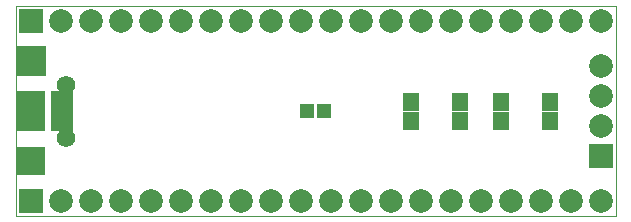
<source format=gts>
G04 (created by PCBNEW (2013-07-07 BZR 4022)-stable) date 03/01/2015 14:14:57*
%MOIN*%
G04 Gerber Fmt 3.4, Leading zero omitted, Abs format*
%FSLAX34Y34*%
G01*
G70*
G90*
G04 APERTURE LIST*
%ADD10C,0.00590551*%
%ADD11C,0.00393701*%
%ADD12R,0.0554331X0.0593701*%
%ADD13R,0.0790551X0.0790551*%
%ADD14C,0.0790551*%
%ADD15R,0.0948X0.1342*%
%ADD16R,0.1027X0.1027*%
%ADD17R,0.0948X0.0948*%
%ADD18C,0.0613*%
%ADD19R,0.0731X0.0357*%
%ADD20R,0.0514X0.0514*%
G04 APERTURE END LIST*
G54D10*
G54D11*
X0Y7000D02*
X0Y0D01*
X20000Y7000D02*
X0Y7000D01*
X20000Y0D02*
X20000Y7000D01*
X0Y0D02*
X20000Y0D01*
G54D12*
X16192Y3185D03*
X16192Y3814D03*
X17807Y3185D03*
X17807Y3814D03*
X14807Y3814D03*
X14807Y3185D03*
X13192Y3814D03*
X13192Y3185D03*
G54D13*
X19500Y2000D03*
G54D14*
X19500Y3000D03*
X19500Y4000D03*
X19500Y5000D03*
G54D13*
X500Y500D03*
G54D14*
X1500Y500D03*
X2500Y500D03*
X3500Y500D03*
X4500Y500D03*
X5500Y500D03*
X6500Y500D03*
X7500Y500D03*
X8500Y500D03*
X9500Y500D03*
X10500Y500D03*
X11500Y500D03*
X12500Y500D03*
X13499Y500D03*
X14500Y500D03*
X15500Y500D03*
X16500Y500D03*
X17500Y500D03*
X18500Y500D03*
X19500Y500D03*
G54D13*
X500Y6500D03*
G54D14*
X1500Y6500D03*
X2500Y6500D03*
X3500Y6500D03*
X4500Y6500D03*
X5500Y6500D03*
X6500Y6500D03*
X7500Y6500D03*
X8500Y6500D03*
X9500Y6500D03*
X10500Y6500D03*
X11500Y6500D03*
X12500Y6500D03*
X13499Y6500D03*
X14500Y6500D03*
X15500Y6500D03*
X16500Y6500D03*
X17500Y6500D03*
X18500Y6500D03*
X19500Y6500D03*
G54D15*
X500Y3500D03*
G54D16*
X500Y5173D03*
G54D17*
X500Y1827D03*
G54D18*
X1681Y2614D03*
X1681Y4386D03*
G54D19*
X1543Y3500D03*
X1543Y3244D03*
X1543Y2988D03*
X1543Y3756D03*
X1543Y4012D03*
G54D20*
X9705Y3500D03*
X10295Y3500D03*
M02*

</source>
